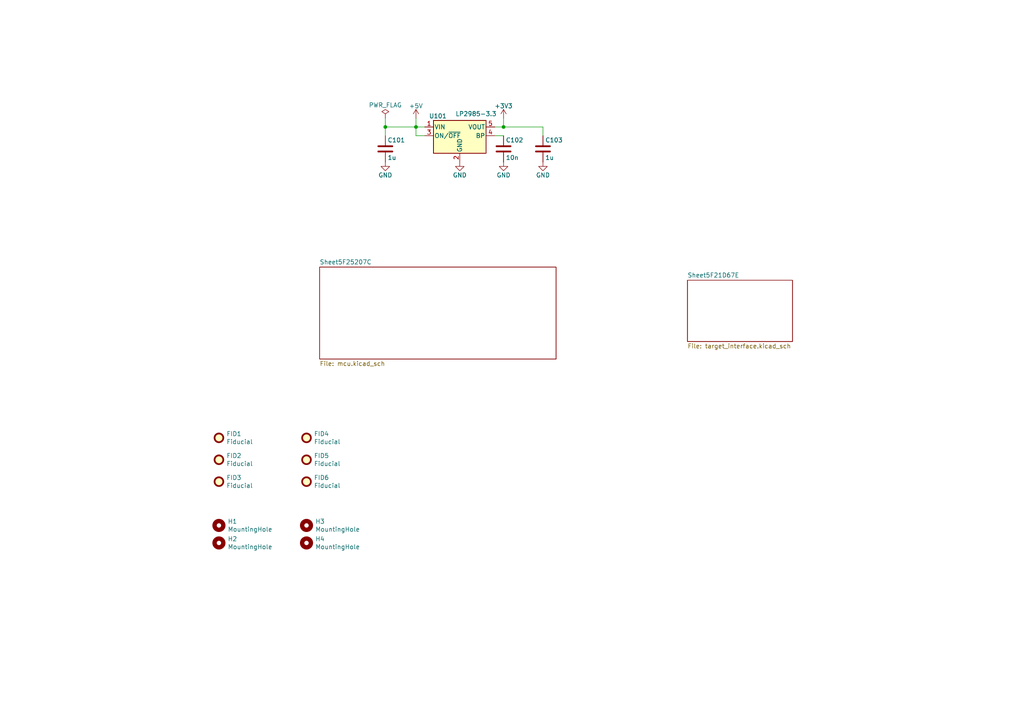
<source format=kicad_sch>
(kicad_sch (version 20211123) (generator eeschema)
  (paper "A4")
  (lib_symbols
    (symbol "Device:C" (pin_numbers hide) (pin_names (offset 0.254))
      (property "Reference" "C" (at 0.635 2.54 0))
      (property "Value" "C" (at 0.635 -2.54 0))
      (symbol "C_0_1"
        (polyline (pts (xy -2.032 -0.762) (xy 2.032 -0.762)) (stroke (width 0.508)))
        (polyline (pts (xy -2.032 0.762) (xy 2.032 0.762)) (stroke (width 0.508)))
      )
      (symbol "C_1_1"
        (pin passive line (at 0 3.81 270) (length 2.794) (name "~") (number "1"))
        (pin passive line (at 0 -3.81 90) (length 2.794) (name "~") (number "2"))
      )
    )
    (symbol "Mechanical:Fiducial"
      (property "Reference" "FID" (at 0 5.08 0))
      (property "Value" "Fiducial" (at 0 3.175 0))
      (symbol "Fiducial_0_1"
        (circle (center 0 0) (radius 1.27) (stroke (width 0.508)) (fill (type background)))
      )
    )
    (symbol "Mechanical:MountingHole" (pin_names (offset 1.016))
      (property "Reference" "H" (at 0 5.08 0))
      (property "Value" "MountingHole" (at 0 3.175 0))
      (symbol "MountingHole_0_1"
        (circle (center 0 0) (radius 1.27) (stroke (width 1.27)))
      )
    )
    (symbol "Regulator_Linear:LP2985-3.3" (pin_names (offset 0.254))
      (property "Reference" "U" (at -6.35 5.715 0))
      (property "Value" "LP2985-3.3" (at 0 5.715 0))
      (symbol "LP2985-3.3_0_1"
        (rectangle (start -7.62 -5.08) (end 7.62 4.445) (stroke (width 0.254)) (fill (type background)))
      )
      (symbol "LP2985-3.3_1_1"
        (pin power_in line (at -10.16 2.54 0) (length 2.54) (name "VIN") (number "1"))
        (pin power_in line (at 0 -7.62 90) (length 2.54) (name "GND") (number "2"))
        (pin input line (at -10.16 0 0) (length 2.54) (name "ON/~{OFF}") (number "3"))
        (pin input line (at 10.16 0 180) (length 2.54) (name "BP") (number "4"))
        (pin power_out line (at 10.16 2.54 180) (length 2.54) (name "VOUT") (number "5"))
      )
    )
    (symbol "power:+3V3" (power) (pin_names (offset 0))
      (property "Value" "+3V3" (at 0 3.556 0))
      (symbol "+3V3_0_1"
        (polyline (pts (xy -0.762 1.27) (xy 0 2.54)))
        (polyline (pts (xy 0 0) (xy 0 2.54)))
        (polyline (pts (xy 0 2.54) (xy 0.762 1.27)))
      )
      (symbol "+3V3_1_1"
        (pin power_in line (at 0 0 90) (length 0) hide (name "+3V3") (number "1"))
      )
    )
    (symbol "power:+5V" (power) (pin_names (offset 0))
      (property "Value" "+5V" (at 0 3.556 0))
      (symbol "+5V_0_1"
        (polyline (pts (xy -0.762 1.27) (xy 0 2.54)))
        (polyline (pts (xy 0 0) (xy 0 2.54)))
        (polyline (pts (xy 0 2.54) (xy 0.762 1.27)))
      )
      (symbol "+5V_1_1"
        (pin power_in line (at 0 0 90) (length 0) hide (name "+5V") (number "1"))
      )
    )
    (symbol "power:GND" (power) (pin_names (offset 0))
      (property "Value" "GND" (at 0 -3.81 0))
      (symbol "GND_0_1"
        (polyline (pts (xy 0 0) (xy 0 -1.27) (xy 1.27 -1.27) (xy 0 -2.54) (xy -1.27 -1.27) (xy 0 -1.27)))
      )
      (symbol "GND_1_1"
        (pin power_in line (at 0 0 270) (length 0) hide (name "GND") (number "1"))
      )
    )
    (symbol "power:PWR_FLAG" (power) (pin_numbers hide) (pin_names (offset 0) hide)
      (property "Value" "PWR_FLAG" (at 0 3.81 0))
      (symbol "PWR_FLAG_0_0"
        (pin power_out line (at 0 0 90) (length 0) (name "pwr") (number "1"))
      )
      (symbol "PWR_FLAG_0_1"
        (polyline (pts (xy 0 0) (xy 0 1.27) (xy -1.016 1.905) (xy 0 2.54) (xy 1.016 1.905) (xy 0 1.27)))
      )
    )
  )
  (junction (at 146.05 36.83))
  (junction (at 111.76 36.83))
  (junction (at 120.65 36.83))
  (wire (pts (xy 120.65 39.37) (xy 120.65 36.83)))
  (wire (pts (xy 120.65 34.29) (xy 120.65 36.83)))
  (wire (pts (xy 146.05 36.83) (xy 143.51 36.83)))
  (wire (pts (xy 157.48 36.83) (xy 146.05 36.83)))
  (wire (pts (xy 146.05 34.29) (xy 146.05 36.83)))
  (wire (pts (xy 120.65 36.83) (xy 123.19 36.83)))
  (wire (pts (xy 146.05 39.37) (xy 143.51 39.37)))
  (wire (pts (xy 157.48 39.37) (xy 157.48 36.83)))
  (wire (pts (xy 111.76 39.37) (xy 111.76 36.83)))
  (wire (pts (xy 111.76 34.29) (xy 111.76 36.83)))
  (wire (pts (xy 111.76 36.83) (xy 120.65 36.83)))
  (wire (pts (xy 123.19 39.37) (xy 120.65 39.37)))
  (symbol (lib_id "Mechanical:Fiducial") (at 63.5 127 0) (unit 1) (in_bom no)
    (property "Reference" "FID1" (at 65.659 125.8316 0) (effects (justify left)))
    (property "Value" "Fiducial" (at 65.659 128.143 0) (effects (justify left)))
    (property "Footprint" "Fiducial:Fiducial_1mm_Mask2mm" (effects hide))
  )
  (symbol (lib_id "Mechanical:Fiducial") (at 63.5 133.35 0) (unit 1) (in_bom no)
    (property "Reference" "FID2" (at 65.659 132.1816 0) (effects (justify left)))
    (property "Value" "Fiducial" (at 65.659 134.493 0) (effects (justify left)))
    (property "Footprint" "Fiducial:Fiducial_1mm_Mask2mm" (effects hide))
  )
  (symbol (lib_id "Mechanical:Fiducial") (at 63.5 139.7 0) (unit 1) (in_bom no)
    (property "Reference" "FID3" (at 65.659 138.5316 0) (effects (justify left)))
    (property "Value" "Fiducial" (at 65.659 140.843 0) (effects (justify left)))
    (property "Footprint" "Fiducial:Fiducial_1mm_Mask2mm" (effects hide))
  )
  (symbol (lib_id "Mechanical:Fiducial") (at 88.9 127 0) (unit 1) (in_bom no)
    (property "Reference" "FID4" (at 91.059 125.8316 0) (effects (justify left)))
    (property "Value" "Fiducial" (at 91.059 128.143 0) (effects (justify left)))
    (property "Footprint" "Fiducial:Fiducial_1mm_Mask2mm" (effects hide))
  )
  (symbol (lib_id "Mechanical:Fiducial") (at 88.9 133.35 0) (unit 1) (in_bom no)
    (property "Reference" "FID5" (at 91.059 132.1816 0) (effects (justify left)))
    (property "Value" "Fiducial" (at 91.059 134.493 0) (effects (justify left)))
    (property "Footprint" "Fiducial:Fiducial_1mm_Mask2mm" (effects hide))
  )
  (symbol (lib_id "Mechanical:Fiducial") (at 88.9 139.7 0) (unit 1) (in_bom no)
    (property "Reference" "FID6" (at 91.059 138.5316 0) (effects (justify left)))
    (property "Value" "Fiducial" (at 91.059 140.843 0) (effects (justify left)))
    (property "Footprint" "Fiducial:Fiducial_1mm_Mask2mm" (effects hide))
  )
  (symbol (lib_id "Mechanical:MountingHole") (at 63.5 152.4 0) (unit 1) (in_bom no)
    (property "Reference" "H1" (at 66.04 151.2316 0) (effects (justify left)))
    (property "Value" "MountingHole" (at 66.04 153.543 0) (effects (justify left)))
    (property "Footprint" "MountingHole:MountingHole_2.7mm_M2.5_DIN965" (effects hide))
  )
  (symbol (lib_id "Mechanical:MountingHole") (at 63.5 157.48 0) (unit 1) (in_bom no)
    (property "Reference" "H2" (at 66.04 156.3116 0) (effects (justify left)))
    (property "Value" "MountingHole" (at 66.04 158.623 0) (effects (justify left)))
    (property "Footprint" "MountingHole:MountingHole_2.7mm_M2.5_DIN965" (effects hide))
  )
  (symbol (lib_id "Mechanical:MountingHole") (at 88.9 152.4 0) (unit 1) (in_bom no)
    (property "Reference" "H3" (at 91.44 151.2316 0) (effects (justify left)))
    (property "Value" "MountingHole" (at 91.44 153.543 0) (effects (justify left)))
    (property "Footprint" "MountingHole:MountingHole_2.7mm_M2.5_DIN965" (effects hide))
  )
  (symbol (lib_id "Mechanical:MountingHole") (at 88.9 157.48 0) (unit 1) (in_bom no)
    (property "Reference" "H4" (at 91.44 156.3116 0) (effects (justify left)))
    (property "Value" "MountingHole" (at 91.44 158.623 0) (effects (justify left)))
    (property "Footprint" "MountingHole:MountingHole_2.7mm_M2.5_DIN965" (effects hide))
  )
  (symbol (lib_id "Regulator_Linear:LP2985-3.3") (at 133.35 39.37 0) (unit 1)
    (property "Reference" "U101" (at 127 33.655 0))
    (property "Value" "LP2985-3.3" (at 132.08 33.02 0) (effects (justify left)))
    (property "Footprint" "Package_TO_SOT_SMD:SOT-23-5" (effects hide))
    (property "Datasheet" "http://www.ti.com/lit/ds/symlink/lp2985.pdf" (effects hide))
    (property "LCSC Number Part" "C95414" (effects hide))
  )
  (symbol (lib_id "power:GND") (at 133.35 46.99 0) (unit 1)
    (property "Reference" "#PWR0104" (effects hide))
    (property "Value" "GND" (at 133.35 50.8 0))
  )
  (symbol (lib_id "Device:C") (at 146.05 43.18 0) (unit 1)
    (property "Reference" "C102" (at 146.685 40.64 0) (effects (justify left)))
    (property "Value" "10n" (at 146.685 45.72 0) (effects (justify left)))
    (property "Footprint" "Capacitor_SMD:C_0603_1608Metric" (effects hide))
    (property "LCSC Number Part" "C57112" (effects hide))
  )
  (symbol (lib_id "power:GND") (at 146.05 46.99 0) (unit 1)
    (property "Reference" "#PWR0105" (effects hide))
    (property "Value" "GND" (at 146.05 50.8 0))
  )
  (symbol (lib_id "power:+5V") (at 120.65 34.29 0) (unit 1)
    (property "Reference" "#PWR0101" (effects hide))
    (property "Value" "+5V" (at 120.65 30.734 0))
  )
  (symbol (lib_id "power:+3V3") (at 146.05 34.29 0) (unit 1)
    (property "Reference" "#PWR0102" (effects hide))
    (property "Value" "+3V3" (at 146.05 30.734 0))
  )
  (symbol (lib_id "power:PWR_FLAG") (at 111.76 34.29 0) (unit 1)
    (property "Reference" "#FLG0101" (effects hide))
    (property "Value" "PWR_FLAG" (at 111.76 30.48 0))
  )
  (symbol (lib_id "Device:C") (at 157.48 43.18 0) (unit 1)
    (property "Reference" "C103" (at 158.115 40.64 0) (effects (justify left)))
    (property "Value" "1u" (at 158.115 45.72 0) (effects (justify left)))
    (property "Footprint" "Capacitor_SMD:C_0603_1608Metric" (effects hide))
    (property "LCSC Number Part" "C15849" (effects hide))
  )
  (symbol (lib_id "power:GND") (at 157.48 46.99 0) (unit 1)
    (property "Reference" "#PWR0106" (effects hide))
    (property "Value" "GND" (at 157.48 50.8 0))
  )
  (symbol (lib_id "Device:C") (at 111.76 43.18 0) (unit 1)
    (property "Reference" "C101" (at 112.395 40.64 0) (effects (justify left)))
    (property "Value" "1u" (at 112.395 45.72 0) (effects (justify left)))
    (property "Footprint" "Capacitor_SMD:C_0603_1608Metric" (effects hide))
    (property "LCSC Number Part" "C15849" (effects hide))
  )
  (symbol (lib_id "power:GND") (at 111.76 46.99 0) (unit 1)
    (property "Reference" "#PWR0103" (effects hide))
    (property "Value" "GND" (at 111.76 50.8 0))
  )
  (sheet (at 199.39 81.28) (size 30.48 17.78)
    (property "Sheet name" "Sheet5F21D67E" (at 199.39 80.5684 0) (effects (justify left bottom)))
    (property "Sheet file" "target_interface.kicad_sch" (at 199.39 99.6446 0) (effects (justify left top)))
  )
  (sheet (at 92.71 77.47) (size 68.58 26.67)
    (property "Sheet name" "Sheet5F25207C" (at 92.71 76.7584 0) (effects (justify left bottom)))
    (property "Sheet file" "mcu.kicad_sch" (at 92.71 104.7246 0) (effects (justify left top)))
  )
)
</source>
